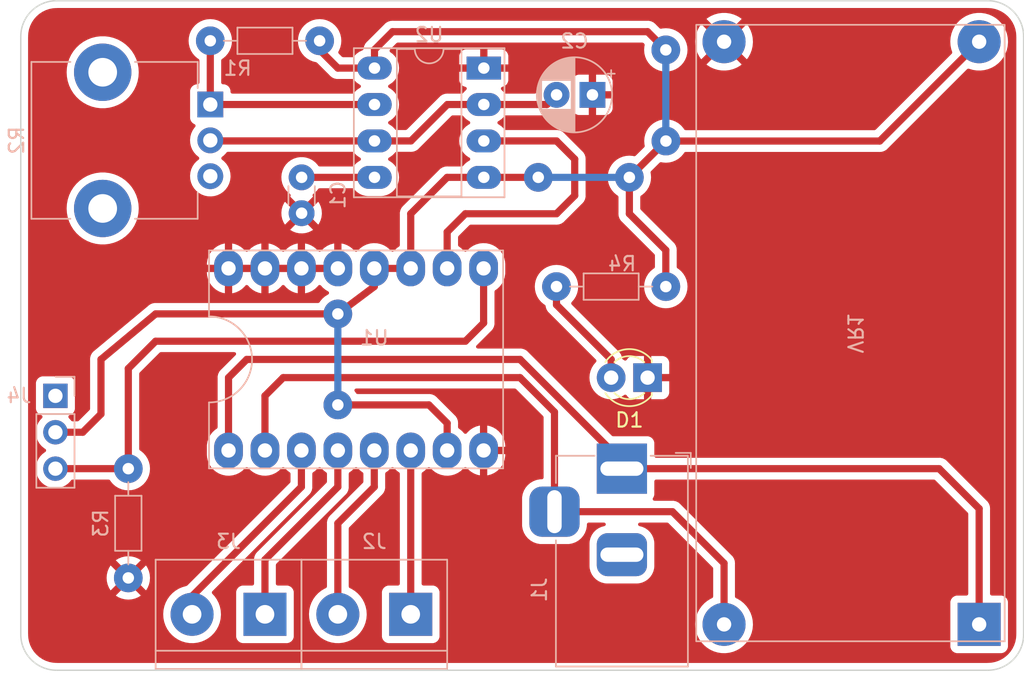
<source format=kicad_pcb>
(kicad_pcb (version 20211014) (generator pcbnew)
  (layers (0 "F.Cu" signal) (31 "B.Cu" signal) (34 "B.Paste" user) (35 "F.Paste" user) (36 "B.SilkS" user "B.Silkscreen") (37 "F.SilkS" user "F.Silkscreen") (38 "B.Mask" user) (39 "F.Mask" user) (44 "Edge.Cuts" user))
  (net 0 "")
  (net 1 "GND")
  (net 2 "Net-(C1-Pad2)")
  (net 3 "Net-(C2-Pad2)")
  (net 4 "+12V")
  (net 6 "M_2B")
  (net 7 "M_2A")
  (net 8 "M_1A")
  (net 9 "Net-(R1-Pad1)")
  (net 10 "+5V")
  (net 11 "DIR")
  (net 12 "STEP")
  (net 13 "GNDPWR")
  (net 14 "M_1B")
  (net 15 "Net-(D1-Pad2)")
  (footprint "LED_THT:LED_D3.0mm" (layer "F.Cu") (at 186.69 97.79 180)
    (fp_text reference "D1" (at 1.27 -2.96) (layer "F.SilkS"))
    (fp_text value "LED_1")
    (fp_line (start -0.29 1.08) (end -0.29 1.236) (layer "F.SilkS") (width 0.12))
    (fp_line (start -0.29 -1.236) (end -0.29 -1.08) (layer "F.SilkS") (width 0.12))
    (fp_arc (start 2.31113 1.079837) (mid 1.270117 1.5) (end 0.229039 1.08) (layer "F.SilkS") (width 0.12))
    (fp_arc (start 0.229039 -1.08) (mid 1.270117 -1.5) (end 2.31113 -1.079837) (layer "F.SilkS") (width 0.12))
    (fp_arc (start 2.942335 1.078608) (mid 1.366487 1.987659) (end -0.29 1.235516) (layer "F.SilkS") (width 0.12))
    (fp_arc (start -0.29 -1.235516) (mid 1.366487 -1.987659) (end 2.942335 -1.078608) (layer "F.SilkS") (width 0.12))
    (pad "1" thru_hole rect (at 0 0 180) (size 2 2) (drill 1) (layers *.Cu *.Mask) (net 1 "GND"))
    (pad "2" thru_hole circle (at 2.54 0 180) (size 2 2) (drill 1) (layers *.Cu *.Mask) (net 15 "Net-(D1-Pad2)"))
  )
  (footprint "Connector_BarrelJack:BarrelJack_Horizontal" (layer "B.Cu") (at 184.9 104.14 90)
    (fp_text reference "J1" (at -8.45 -5.75 90) (layer "B.SilkS") (effects (justify mirror)))
    (fp_text value "DCBarrelJack")
    (fp_line (start 0.9 -4.6) (end -1 -4.6) (layer "B.SilkS") (width 0.12))
    (fp_line (start -13.8 4.6) (end 0.9 4.6) (layer "B.SilkS") (width 0.12))
    (fp_line (start -13.8 -4.6) (end -13.8 4.6) (layer "B.SilkS") (width 0.12))
    (fp_line (start 0.05 4.8) (end 1.1 4.8) (layer "B.SilkS") (width 0.12))
    (fp_line (start 0.9 -1.9) (end 0.9 -4.6) (layer "B.SilkS") (width 0.12))
    (fp_line (start 1.1 3.75) (end 1.1 4.8) (layer "B.SilkS") (width 0.12))
    (fp_line (start 0.9 4.6) (end 0.9 2) (layer "B.SilkS") (width 0.12))
    (fp_line (start -5 -4.6) (end -13.8 -4.6) (layer "B.SilkS") (width 0.12))
    (pad "1" thru_hole rect (at 0 0 90) (size 3.5 3.5) (drill oval 1 3) (layers *.Cu *.Mask) (net 4 "+12V"))
    (pad "2" thru_hole roundrect (at -6 0 90) (size 3 3.5) (drill oval 1 3) (layers *.Cu *.Mask))
    (pad "3" thru_hole roundrect (at -3 -4.7 90) (size 3.5 3.5) (drill oval 3 1) (layers *.Cu *.Mask) (net 13 "GNDPWR"))
  )
  (footprint "Capacitor_THT:CP_Radial_D5.0mm_P2.50mm" (layer "B.Cu") (at 182.845 78.065 180)
    (fp_text reference "C2" (at 1.25 3.75) (layer "B.SilkS") (effects (justify mirror)))
    (fp_text value "1uF")
    (fp_line (start 2.251 -1.04) (end 2.251 -2.382) (layer "B.SilkS") (width 0.12))
    (fp_line (start 2.011 2.468) (end 2.011 1.04) (layer "B.SilkS") (width 0.12))
    (fp_line (start 3.771 0.677) (end 3.771 -0.677) (layer "B.SilkS") (width 0.12))
    (fp_line (start 1.49 -1.04) (end 1.49 -2.569) (layer "B.SilkS") (width 0.12))
    (fp_line (start 3.851 0.284) (end 3.851 -0.284) (layer "B.SilkS") (width 0.12))
    (fp_line (start 2.971 1.937) (end 2.971 1.04) (layer "B.SilkS") (width 0.12))
    (fp_line (start 1.61 2.556) (end 1.61 1.04) (layer "B.SilkS") (width 0.12))
    (fp_line (start 1.971 2.48) (end 1.971 1.04) (layer "B.SilkS") (width 0.12))
    (fp_line (start 3.411 1.443) (end 3.411 1.04) (layer "B.SilkS") (width 0.12))
    (fp_line (start 2.411 2.31) (end 2.411 1.04) (layer "B.SilkS") (width 0.12))
    (fp_line (start 2.091 -1.04) (end 2.091 -2.442) (layer "B.SilkS") (width 0.12))
    (fp_line (start 2.811 -1.04) (end 2.811 -2.065) (layer "B.SilkS") (width 0.12))
    (fp_line (start 3.811 0.518) (end 3.811 -0.518) (layer "B.SilkS") (width 0.12))
    (fp_line (start 1.89 -1.04) (end 1.89 -2.501) (layer "B.SilkS") (width 0.12))
    (fp_line (start 2.571 2.224) (end 2.571 1.04) (layer "B.SilkS") (width 0.12))
    (fp_line (start 1.37 2.578) (end 1.37 -2.578) (layer "B.SilkS") (width 0.12))
    (fp_line (start 2.651 -1.04) (end 2.651 -2.175) (layer "B.SilkS") (width 0.12))
    (fp_line (start 1.73 2.536) (end 1.73 1.04) (layer "B.SilkS") (width 0.12))
    (fp_line (start 2.051 -1.04) (end 2.051 -2.455) (layer "B.SilkS") (width 0.12))
    (fp_line (start 3.531 1.251) (end 3.531 1.04) (layer "B.SilkS") (width 0.12))
    (fp_line (start 2.251 2.382) (end 2.251 1.04) (layer "B.SilkS") (width 0.12))
    (fp_line (start 1.93 2.491) (end 1.93 1.04) (layer "B.SilkS") (width 0.12))
    (fp_line (start 2.931 1.971) (end 2.931 1.04) (layer "B.SilkS") (width 0.12))
    (fp_line (start 2.611 -1.04) (end 2.611 -2.2) (layer "B.SilkS") (width 0.12))
    (fp_line (start 2.091 2.442) (end 2.091 1.04) (layer "B.SilkS") (width 0.12))
    (fp_line (start 1.61 -1.04) (end 1.61 -2.556) (layer "B.SilkS") (width 0.12))
    (fp_line (start -1.554775 1.475) (end -1.054775 1.475) (layer "B.SilkS") (width 0.12))
    (fp_line (start 2.651 2.175) (end 2.651 1.04) (layer "B.SilkS") (width 0.12))
    (fp_line (start 3.491 1.319) (end 3.491 1.04) (layer "B.SilkS") (width 0.12))
    (fp_line (start 3.131 1.785) (end 3.131 1.04) (layer "B.SilkS") (width 0.12))
    (fp_line (start 3.691 0.915) (end 3.691 -0.915) (layer "B.SilkS") (width 0.12))
    (fp_line (start 1.65 2.55) (end 1.65 1.04) (layer "B.SilkS") (width 0.12))
    (fp_line (start 2.451 -1.04) (end 2.451 -2.29) (layer "B.SilkS") (width 0.12))
    (fp_line (start 2.891 2.004) (end 2.891 1.04) (layer "B.SilkS") (width 0.12))
    (fp_line (start 1.69 -1.04) (end 1.69 -2.543) (layer "B.SilkS") (width 0.12))
    (fp_line (start 1.69 2.543) (end 1.69 1.04) (layer "B.SilkS") (width 0.12))
    (fp_line (start 2.171 2.414) (end 2.171 1.04) (layer "B.SilkS") (width 0.12))
    (fp_line (start 2.291 2.365) (end 2.291 1.04) (layer "B.SilkS") (width 0.12))
    (fp_line (start 1.25 2.58) (end 1.25 -2.58) (layer "B.SilkS") (width 0.12))
    (fp_line (start 1.89 2.501) (end 1.89 1.04) (layer "B.SilkS") (width 0.12))
    (fp_line (start 2.211 -1.04) (end 2.211 -2.398) (layer "B.SilkS") (width 0.12))
    (fp_line (start 3.451 -1.04) (end 3.451 -1.383) (layer "B.SilkS") (width 0.12))
    (fp_line (start 2.771 -1.04) (end 2.771 -2.095) (layer "B.SilkS") (width 0.12))
    (fp_line (start 2.331 -1.04) (end 2.331 -2.348) (layer "B.SilkS") (width 0.12))
    (fp_line (start 3.251 1.653) (end 3.251 1.04) (layer "B.SilkS") (width 0.12))
    (fp_line (start 1.57 2.561) (end 1.57 1.04) (layer "B.SilkS") (width 0.12))
    (fp_line (start 3.731 0.805) (end 3.731 -0.805) (layer "B.SilkS") (width 0.12))
    (fp_line (start 2.011 -1.04) (end 2.011 -2.468) (layer "B.SilkS") (width 0.12))
    (fp_line (start 3.011 -1.04) (end 3.011 -1.901) (layer "B.SilkS") (width 0.12))
    (fp_line (start 1.77 -1.04) (end 1.77 -2.528) (layer "B.SilkS") (width 0.12))
    (fp_line (start 3.371 -1.04) (end 3.371 -1.5) (layer "B.SilkS") (width 0.12))
    (fp_line (start 3.171 -1.04) (end 3.171 -1.743) (layer "B.SilkS") (width 0.12))
    (fp_line (start 3.091 -1.04) (end 3.091 -1.826) (layer "B.SilkS") (width 0.12))
    (fp_line (start 2.131 2.428) (end 2.131 1.04) (layer "B.SilkS") (width 0.12))
    (fp_line (start 1.73 -1.04) (end 1.73 -2.536) (layer "B.SilkS") (width 0.12))
    (fp_line (start 2.291 -1.04) (end 2.291 -2.365) (layer "B.SilkS") (width 0.12))
    (fp_line (start 2.491 2.268) (end 2.491 1.04) (layer "B.SilkS") (width 0.12))
    (fp_line (start 1.77 2.528) (end 1.77 1.04) (layer "B.SilkS") (width 0.12))
    (fp_line (start 3.131 -1.04) (end 3.131 -1.785) (layer "B.SilkS") (width 0.12))
    (fp_line (start 2.971 -1.04) (end 2.971 -1.937) (layer "B.SilkS") (width 0.12))
    (fp_line (start 3.171 1.743) (end 3.171 1.04) (layer "B.SilkS") (width 0.12))
    (fp_line (start 3.371 1.5) (end 3.371 1.04) (layer "B.SilkS") (width 0.12))
    (fp_line (start 1.57 -1.04) (end 1.57 -2.561) (layer "B.SilkS") (width 0.12))
    (fp_line (start 3.011 1.901) (end 3.011 1.04) (layer "B.SilkS") (width 0.12))
    (fp_line (start 3.571 1.178) (end 3.571 -1.178) (layer "B.SilkS") (width 0.12))
    (fp_line (start 2.411 -1.04) (end 2.411 -2.31) (layer "B.SilkS") (width 0.12))
    (fp_line (start 1.971 -1.04) (end 1.971 -2.48) (layer "B.SilkS") (width 0.12))
    (fp_line (start 2.931 -1.04) (end 2.931 -1.971) (layer "B.SilkS") (width 0.12))
    (fp_line (start 1.41 2.576) (end 1.41 -2.576) (layer "B.SilkS") (width 0.12))
    (fp_line (start 3.331 -1.04) (end 3.331 -1.554) (layer "B.SilkS") (width 0.12))
    (fp_line (start 3.491 -1.04) (end 3.491 -1.319) (layer "B.SilkS") (width 0.12))
    (fp_line (start 2.691 -1.04) (end 2.691 -2.149) (layer "B.SilkS") (width 0.12))
    (fp_line (start 1.29 2.58) (end 1.29 -2.58) (layer "B.SilkS") (width 0.12))
    (fp_line (start 2.531 2.247) (end 2.531 1.04) (layer "B.SilkS") (width 0.12))
    (fp_line (start 2.171 -1.04) (end 2.171 -2.414) (layer "B.SilkS") (width 0.12))
    (fp_line (start 1.49 2.569) (end 1.49 1.04) (layer "B.SilkS") (width 0.12))
    (fp_line (start 1.85 2.511) (end 1.85 1.04) (layer "B.SilkS") (width 0.12))
    (fp_line (start 2.851 2.035) (end 2.851 1.04) (layer "B.SilkS") (width 0.12))
    (fp_line (start 2.491 -1.04) (end 2.491 -2.268) (layer "B.SilkS") (width 0.12))
    (fp_line (start 2.051 2.455) (end 2.051 1.04) (layer "B.SilkS") (width 0.12))
    (fp_line (start 3.051 1.864) (end 3.051 1.04) (layer "B.SilkS") (width 0.12))
    (fp_line (start 1.93 -1.04) (end 1.93 -2.491) (layer "B.SilkS") (width 0.12))
    (fp_line (start 2.691 2.149) (end 2.691 1.04) (layer "B.SilkS") (width 0.12))
    (fp_line (start 1.53 2.565) (end 1.53 1.04) (layer "B.SilkS") (width 0.12))
    (fp_line (start 2.731 2.122) (end 2.731 1.04) (layer "B.SilkS") (width 0.12))
    (fp_line (start 2.131 -1.04) (end 2.131 -2.428) (layer "B.SilkS") (width 0.12))
    (fp_line (start 3.291 1.605) (end 3.291 1.04) (layer "B.SilkS") (width 0.12))
    (fp_line (start 3.211 -1.04) (end 3.211 -1.699) (layer "B.SilkS") (width 0.12))
    (fp_line (start 1.85 -1.04) (end 1.85 -2.511) (layer "B.SilkS") (width 0.12))
    (fp_line (start 3.611 1.098) (end 3.611 -1.098) (layer "B.SilkS") (width 0.12))
    (fp_line (start 3.211 1.699) (end 3.211 1.04) (layer "B.SilkS") (width 0.12))
    (fp_line (start 3.411 -1.04) (end 3.411 -1.443) (layer "B.SilkS") (width 0.12))
    (fp_line (start 3.651 1.011) (end 3.651 -1.011) (layer "B.SilkS") (width 0.12))
    (fp_line (start 1.33 2.579) (end 1.33 -2.579) (layer "B.SilkS") (width 0.12))
    (fp_line (start 2.331 2.348) (end 2.331 1.04) (layer "B.SilkS") (width 0.12))
    (fp_line (start -1.304775 1.725) (end -1.304775 1.225) (layer "B.SilkS") (width 0.12))
    (fp_line (start 1.81 2.52) (end 1.81 1.04) (layer "B.SilkS") (width 0.12))
    (fp_line (start 1.53 -1.04) (end 1.53 -2.565) (layer "B.SilkS") (width 0.12))
    (fp_line (start 3.331 1.554) (end 3.331 1.04) (layer "B.SilkS") (width 0.12))
    (fp_line (start 2.371 2.329) (end 2.371 1.04) (layer "B.SilkS") (width 0.12))
    (fp_line (start 3.291 -1.04) (end 3.291 -1.605) (layer "B.SilkS") (width 0.12))
    (fp_line (start 2.851 -1.04) (end 2.851 -2.035) (layer "B.SilkS") (width 0.12))
    (fp_line (start 2.451 2.29) (end 2.451 1.04) (layer "B.SilkS") (width 0.12))
    (fp_line (start 2.371 -1.04) (end 2.371 -2.329) (layer "B.SilkS") (width 0.12))
    (fp_line (start 2.771 2.095) (end 2.771 1.04) (layer "B.SilkS") (width 0.12))
    (fp_line (start 2.731 -1.04) (end 2.731 -2.122) (layer "B.SilkS") (width 0.12))
    (fp_line (start 3.451 1.383) (end 3.451 1.04) (layer "B.SilkS") (width 0.12))
    (fp_line (start 2.891 -1.04) (end 2.891 -2.004) (layer "B.SilkS") (width 0.12))
    (fp_line (start 1.45 2.573) (end 1.45 -2.573) (layer "B.SilkS") (width 0.12))
    (fp_line (start 1.65 -1.04) (end 1.65 -2.55) (layer "B.SilkS") (width 0.12))
    (fp_line (start 1.81 -1.04) (end 1.81 -2.52) (layer "B.SilkS") (width 0.12))
    (fp_line (start 2.531 -1.04) (end 2.531 -2.247) (layer "B.SilkS") (width 0.12))
    (fp_line (start 3.051 -1.04) (end 3.051 -1.864) (layer "B.SilkS") (width 0.12))
    (fp_line (start 2.571 -1.04) (end 2.571 -2.224) (layer "B.SilkS") (width 0.12))
    (fp_line (start 3.251 -1.04) (end 3.251 -1.653) (layer "B.SilkS") (width 0.12))
    (fp_line (start 2.211 2.398) (end 2.211 1.04) (layer "B.SilkS") (width 0.12))
    (fp_line (start 2.611 2.2) (end 2.611 1.04) (layer "B.SilkS") (width 0.12))
    (fp_line (start 3.091 1.826) (end 3.091 1.04) (layer "B.SilkS") (width 0.12))
    (fp_line (start 2.811 2.065) (end 2.811 1.04) (layer "B.SilkS") (width 0.12))
    (fp_line (start 3.531 -1.04) (end 3.531 -1.251) (layer "B.SilkS") (width 0.12))
    (fp_circle (center 1.25 0) (end 3.87 0) (layer "B.SilkS") (width 0.12) (fill none))
    (pad "1" thru_hole rect (at 0 0 180) (size 1.8 1.8) (drill 0.8) (layers *.Cu *.Mask) (net 1 "GND"))
    (pad "2" thru_hole circle (at 2.5 0 180) (size 1.8 1.8) (drill 0.8) (layers *.Cu *.Mask) (net 3 "Net-(C2-Pad2)"))
  )
  (footprint "Package_DIP:DIP-8_W7.62mm_Socket_LongPads" (layer "B.Cu") (at 175.275 76.2 180)
    (fp_text reference "U2" (at 3.81 2.33) (layer "B.SilkS") (effects (justify mirror)))
    (fp_text value "LM555")
    (fp_line (start 9.06 1.39) (end -1.44 1.39) (layer "B.SilkS") (width 0.12))
    (fp_line (start 2.81 1.33) (end 1.56 1.33) (layer "B.SilkS") (width 0.12))
    (fp_line (start -1.44 -9.01) (end 9.06 -9.01) (layer "B.SilkS") (width 0.12))
    (fp_line (start 9.06 -9.01) (end 9.06 1.39) (layer "B.SilkS") (width 0.12))
    (fp_line (start 6.06 -8.95) (end 6.06 1.33) (layer "B.SilkS") (width 0.12))
    (fp_line (start 1.56 1.33) (end 1.56 -8.95) (layer "B.SilkS") (width 0.12))
    (fp_line (start -1.44 1.39) (end -1.44 -9.01) (layer "B.SilkS") (width 0.12))
    (fp_line (start 6.06 1.33) (end 4.81 1.33) (layer "B.SilkS") (width 0.12))
    (fp_line (start 1.56 -8.95) (end 6.06 -8.95) (layer "B.SilkS") (width 0.12))
    (fp_arc (start 2.81 1.33) (mid 3.81 0.33) (end 4.81 1.33) (layer "B.SilkS") (width 0.12))
    (pad "1" thru_hole rect (at 0 0 180) (size 2.4 1.6) (drill 0.8) (layers *.Cu *.Mask) (net 1 "GND"))
    (pad "2" thru_hole oval (at 0 -2.54 180) (size 2.4 1.6) (drill 0.8) (layers *.Cu *.Mask) (net 3 "Net-(C2-Pad2)"))
    (pad "3" thru_hole oval (at 0 -5.08 180) (size 2.4 1.6) (drill 0.8) (layers *.Cu *.Mask) (net 12 "STEP"))
    (pad "4" thru_hole oval (at 0 -7.62 180) (size 2.4 1.6) (drill 0.8) (layers *.Cu *.Mask) (net 10 "+5V"))
    (pad "5" thru_hole oval (at 7.62 -7.62 180) (size 2.4 1.6) (drill 0.8) (layers *.Cu *.Mask) (net 2 "Net-(C1-Pad2)"))
    (pad "6" thru_hole oval (at 7.62 -5.08 180) (size 2.4 1.6) (drill 0.8) (layers *.Cu *.Mask) (net 3 "Net-(C2-Pad2)"))
    (pad "7" thru_hole oval (at 7.62 -2.54 180) (size 2.4 1.6) (drill 0.8) (layers *.Cu *.Mask) (net 9 "Net-(R1-Pad1)"))
    (pad "8" thru_hole oval (at 7.62 0 180) (size 2.4 1.6) (drill 0.8) (layers *.Cu *.Mask) (net 10 "+5V"))
  )
  (footprint "Resistor_THT:R_Axial_DIN0204_L3.6mm_D1.6mm_P7.62mm_Horizontal" (layer "B.Cu") (at 150.495 104.14 -90)
    (fp_text reference "R3" (at 3.81 1.92 90) (layer "B.SilkS") (effects (justify mirror)))
    (fp_text value "1kR")
    (fp_line (start 5.73 -0.92) (end 5.73 0.92) (layer "B.SilkS") (width 0.12))
    (fp_line (start 1.89 -0.92) (end 5.73 -0.92) (layer "B.SilkS") (width 0.12))
    (fp_line (start 5.73 0.92) (end 1.89 0.92) (layer "B.SilkS") (width 0.12))
    (fp_line (start 0.94 0) (end 1.89 0) (layer "B.SilkS") (width 0.12))
    (fp_line (start 1.89 0.92) (end 1.89 -0.92) (layer "B.SilkS") (width 0.12))
    (fp_line (start 6.68 0) (end 5.73 0) (layer "B.SilkS") (width 0.12))
    (pad "1" thru_hole circle (at 0 0 270) (size 2 2) (drill 0.8) (layers *.Cu *.Mask) (net 11 "DIR"))
    (pad "2" thru_hole circle (at 7.62 0 270) (size 2 2) (drill 0.8) (layers *.Cu *.Mask) (net 1 "GND"))
  )
  (footprint "Potentiometer_THT:Potentiometer_TT_P0915N" (layer "B.Cu") (at 156.21 78.74 -90)
    (fp_text reference "R2" (at 2.5 13.5 90) (layer "B.SilkS") (effects (justify mirror)))
    (fp_text value "10kR Pot")
    (fp_line (start 7.97 12.47) (end 7.97 9.75) (layer "B.SilkS") (width 0.12))
    (fp_line (start 7.97 5.25) (end 7.97 0.88) (layer "B.SilkS") (width 0.12))
    (fp_line (start 7.97 12.47) (end -2.97 12.47) (layer "B.SilkS") (width 0.12))
    (fp_line (start 7.97 0.88) (end 6.15 0.88) (layer "B.SilkS") (width 0.12))
    (fp_line (start -1.15 0.88) (end -2.97 0.88) (layer "B.SilkS") (width 0.12))
    (fp_line (start -2.97 12.47) (end -2.97 9.75) (layer "B.SilkS") (width 0.12))
    (fp_line (start -2.97 5.25) (end -2.97 0.88) (layer "B.SilkS") (width 0.12))
    (pad "" thru_hole oval (at -2.25 7.5 270) (size 4 4) (drill 2) (layers *.Cu *.Mask))
    (pad "" thru_hole oval (at 7.25 7.5 270) (size 4 4) (drill 2) (layers *.Cu *.Mask))
    (pad "1" thru_hole rect (at 0 0 270) (size 1.8 1.8) (drill 1) (layers *.Cu *.Mask) (net 9 "Net-(R1-Pad1)"))
    (pad "2" thru_hole circle (at 2.5 0 270) (size 1.8 1.8) (drill 1) (layers *.Cu *.Mask) (net 3 "Net-(C2-Pad2)"))
    (pad "3" thru_hole circle (at 5 0 270) (size 1.8 1.8) (drill 1) (layers *.Cu *.Mask))
  )
  (footprint "Connector_PinHeader_2.54mm:PinHeader_1x03_P2.54mm_Vertical" (layer "B.Cu") (at 145.415 99.06 180)
    (fp_text reference "J4" (at 2.54 0.015) (layer "B.SilkS") (effects (justify mirror)))
    (fp_text value "Dir Select")
    (fp_line (start 1.33 -1.27) (end 1.33 -6.41) (layer "B.SilkS") (width 0.12))
    (fp_line (start -1.33 -1.27) (end -1.33 -6.41) (layer "B.SilkS") (width 0.12))
    (fp_line (start -1.33 1.33) (end 0 1.33) (layer "B.SilkS") (width 0.12))
    (fp_line (start -1.33 -6.41) (end 1.33 -6.41) (layer "B.SilkS") (width 0.12))
    (fp_line (start -1.33 -1.27) (end 1.33 -1.27) (layer "B.SilkS") (width 0.12))
    (fp_line (start -1.33 0) (end -1.33 1.33) (layer "B.SilkS") (width 0.12))
    (pad "1" thru_hole rect (at 0 0 180) (size 1.7 1.7) (drill 1) (layers *.Cu *.Mask))
    (pad "2" thru_hole oval (at 0 -2.54 180) (size 1.7 1.7) (drill 1) (layers *.Cu *.Mask) (net 10 "+5V"))
    (pad "3" thru_hole oval (at 0 -5.08 180) (size 1.7 1.7) (drill 1) (layers *.Cu *.Mask) (net 11 "DIR"))
  )
  (footprint "TerminalBlock:TerminalBlock_bornier-2_P5.08mm" (layer "B.Cu") (at 170.18 114.3 180)
    (fp_text reference "J2" (at 2.54 5.08) (layer "B.SilkS") (effects (justify mirror)))
    (fp_text value "Stepper coil 1")
    (fp_line (start 7.62 -2.54) (end -2.54 -2.54) (layer "B.SilkS") (width 0.12))
    (fp_line (start -2.54 -3.81) (end 7.62 -3.81) (layer "B.SilkS") (width 0.12))
    (fp_line (start -2.54 3.81) (end -2.54 -3.81) (layer "B.SilkS") (width 0.12))
    (fp_line (start 7.62 3.81) (end -2.54 3.81) (layer "B.SilkS") (width 0.12))
    (fp_line (start 7.62 -3.81) (end 7.62 3.81) (layer "B.SilkS") (width 0.12))
    (pad "1" thru_hole rect (at 0 0 180) (size 3 3) (drill 1.3) (layers *.Cu *.Mask) (net 14 "M_1B"))
    (pad "2" thru_hole circle (at 5.08 0 180) (size 3 3) (drill 1.3) (layers *.Cu *.Mask) (net 8 "M_1A"))
  )
  (footprint "Resistor_THT:R_Axial_DIN0204_L3.6mm_D1.6mm_P7.62mm_Horizontal" (layer "B.Cu") (at 187.96 91.44 180)
    (fp_text reference "R4" (at 3.045 1.59) (layer "B.SilkS") (effects (justify mirror)))
    (fp_text value "1kR")
    (fp_line (start 5.73 -0.92) (end 5.73 0.92) (layer "B.SilkS") (width 0.12))
    (fp_line (start 1.89 0.92) (end 1.89 -0.92) (layer "B.SilkS") (width 0.12))
    (fp_line (start 0.94 0) (end 1.89 0) (layer "B.SilkS") (width 0.12))
    (fp_line (start 1.89 -0.92) (end 5.73 -0.92) (layer "B.SilkS") (width 0.12))
    (fp_line (start 5.73 0.92) (end 1.89 0.92) (layer "B.SilkS") (width 0.12))
    (fp_line (start 6.68 0) (end 5.73 0) (layer "B.SilkS") (width 0.12))
    (pad "1" thru_hole circle (at 0 0 180) (size 2 2) (drill 0.8) (layers *.Cu *.Mask) (net 10 "+5V"))
    (pad "2" thru_hole circle (at 7.62 0 180) (size 2 2) (drill 0.8) (layers *.Cu *.Mask) (net 15 "Net-(D1-Pad2)"))
  )
  (footprint "TerminalBlock:TerminalBlock_bornier-2_P5.08mm" (layer "B.Cu") (at 160.02 114.3 180)
    (fp_text reference "J3" (at 2.54 5.08) (layer "B.SilkS") (effects (justify mirror)))
    (fp_text value "Stepper coil 2")
    (fp_line (start -2.54 -3.81) (end 7.62 -3.81) (layer "B.SilkS") (width 0.12))
    (fp_line (start 7.62 -3.81) (end 7.62 3.81) (layer "B.SilkS") (width 0.12))
    (fp_line (start -2.54 3.81) (end -2.54 -3.81) (layer "B.SilkS") (width 0.12))
    (fp_line (start 7.62 3.81) (end -2.54 3.81) (layer "B.SilkS") (width 0.12))
    (fp_line (start 7.62 -2.54) (end -2.54 -2.54) (layer "B.SilkS") (width 0.12))
    (pad "1" thru_hole rect (at 0 0 180) (size 3 3) (drill 1.3) (layers *.Cu *.Mask) (net 7 "M_2A"))
    (pad "2" thru_hole circle (at 5.08 0 180) (size 3 3) (drill 1.3) (layers *.Cu *.Mask) (net 6 "M_2B"))
  )
  (footprint "Resistor_THT:R_Axial_DIN0204_L3.6mm_D1.6mm_P7.62mm_Horizontal" (layer "B.Cu") (at 156.21 74.295)
    (fp_text reference "R1" (at 1.905 1.92) (layer "B.SilkS") (effects (justify mirror)))
    (fp_text value "1kR")
    (fp_line (start 5.73 0.92) (end 1.89 0.92) (layer "B.SilkS") (width 0.12))
    (fp_line (start 1.89 0.92) (end 1.89 -0.92) (layer "B.SilkS") (width 0.12))
    (fp_line (start 1.89 -0.92) (end 5.73 -0.92) (layer "B.SilkS") (width 0.12))
    (fp_line (start 5.73 -0.92) (end 5.73 0.92) (layer "B.SilkS") (width 0.12))
    (fp_line (start 6.68 0) (end 5.73 0) (layer "B.SilkS") (width 0.12))
    (fp_line (start 0.94 0) (end 1.89 0) (layer "B.SilkS") (width 0.12))
    (pad "1" thru_hole circle (at 0 0) (size 2 2) (drill 0.8) (layers *.Cu *.Mask) (net 9 "Net-(R1-Pad1)"))
    (pad "2" thru_hole circle (at 7.62 0) (size 2 2) (drill 0.8) (layers *.Cu *.Mask) (net 10 "+5V"))
  )
  (footprint "_FemaleHeaderDIP:Polulu_A4988_HSocket" (layer "B.Cu") (at 166.37 96.52 -90)
    (fp_text reference "U1" (at -1.5 -1.27 unlocked) (layer "B.SilkS") (effects (justify mirror)))
    (fp_text value "Polulu_A4988")
    (fp_line (start 3 10.25) (end 7.6 10.25) (layer "B.SilkS") (width 0.12))
    (fp_line (start 7.6 -10.25) (end 7.6 10.25) (layer "B.SilkS") (width 0.12))
    (fp_line (start -7.6 10.25) (end -7.6 -10.25) (layer "B.SilkS") (width 0.12))
    (fp_line (start -7.6 10.25) (end -3 10.25) (layer "B.SilkS") (width 0.12))
    (fp_line (start -7.6 -10.25) (end 7.6 -10.25) (layer "B.SilkS") (width 0.12))
    (fp_arc (start -3 10.25) (mid 0 7.25) (end 3 10.25) (layer "B.SilkS") (width 0.12))
    (pad "1" thru_hole oval (at -6.35 8.89 270) (size 2.5 2) (drill 1) (layers *.Cu *.Mask) (net 1 "GND"))
    (pad "2" thru_hole oval (at -6.35 6.35 270) (size 2.5 2) (drill 1) (layers *.Cu *.Mask) (net 1 "GND"))
    (pad "3" thru_hole oval (at -6.35 3.81 270) (size 2.5 2) (drill 1) (layers *.Cu *.Mask) (net 1 "GND"))
    (pad "4" thru_hole oval (at -6.35 1.27 270) (size 2.5 2) (drill 1) (layers *.Cu *.Mask) (net 1 "GND"))
    (pad "5" thru_hole oval (at -6.35 -1.27 270) (size 2.5 2) (drill 1) (layers *.Cu *.Mask) (net 10 "+5V"))
    (pad "6" thru_hole oval (at -6.35 -3.81 270) (size 2.5 2) (drill 1) (layers *.Cu *.Mask) (net 10 "+5V"))
    (pad "7" thru_hole oval (at -6.35 -6.35 270) (size 2.5 2) (drill 1) (layers *.Cu *.Mask) (net 12 "STEP"))
    (pad "8" thru_hole oval (at -6.35 -8.89 270) (size 2.5 2) (drill 1) (layers *.Cu *.Mask) (net 11 "DIR"))
    (pad "9" thru_hole oval (at 6.35 -8.89 270) (size 2.5 2) (drill 1) (layers *.Cu *.Mask) (net 1 "GND"))
    (pad "10" thru_hole oval (at 6.35 -6.35 270) (size 2.5 2) (drill 1) (layers *.Cu *.Mask) (net 10 "+5V"))
    (pad "11" thru_hole oval (at 6.35 -3.81 270) (size 2.5 2) (drill 1) (layers *.Cu *.Mask) (net 14 "M_1B"))
    (pad "12" thru_hole oval (at 6.35 -1.27 270) (size 2.5 2) (drill 1) (layers *.Cu *.Mask) (net 8 "M_1A"))
    (pad "13" thru_hole oval (at 6.35 1.27 270) (size 2.5 2) (drill 1) (layers *.Cu *.Mask) (net 7 "M_2A"))
    (pad "14" thru_hole oval (at 6.35 3.81 270) (size 2.5 2) (drill 1) (layers *.Cu *.Mask) (net 6 "M_2B"))
    (pad "15" thru_hole oval (at 6.35 6.35 270) (size 2.5 2) (drill 1) (layers *.Cu *.Mask) (net 13 "GNDPWR"))
    (pad "16" thru_hole oval (at 6.35 8.89 270) (size 2.5 2) (drill 1) (layers *.Cu *.Mask) (net 4 "+12V"))
  )
  (footprint "_Embedded:VoltReg_Embedded_1" (layer "B.Cu") (at 200.91 94.68 90)
    (fp_text reference "VR1" (at 0 0.23 270 unlocked) (layer "B.SilkS") (effects (justify mirror)))
    (fp_text value "LM2596S_Embedded")
    (fp_rect (start -21.5 10.668) (end 21.5 -10.832) (layer "B.SilkS") (width 0.12) (fill none))
    (pad "1" thru_hole rect (at -20.32 8.89 90) (size 3 3) (drill 1) (layers *.Cu *.Mask) (net 4 "+12V"))
    (pad "2" thru_hole circle (at -20.32 -8.89 90) (size 3 3) (drill 1) (layers *.Cu *.Mask) (net 13 "GNDPWR"))
    (pad "3" thru_hole circle (at 20.32 -8.89 90) (size 3 3) (drill 1) (layers *.Cu *.Mask) (net 1 "GND"))
    (pad "4" thru_hole circle (at 20.32 8.89 90) (size 3 3) (drill 1) (layers *.Cu *.Mask) (net 10 "+5V"))
  )
  (footprint "Capacitor_THT:C_Disc_D3.0mm_W1.6mm_P2.50mm" (layer "B.Cu") (at 162.575 86.32 90)
    (fp_text reference "C1" (at 1.27 2.54 90) (layer "B.SilkS") (effects (justify mirror)))
    (fp_text value "0.01uF")
    (fp_line (start 0.621 -0.92) (end 1.879 -0.92) (layer "B.SilkS") (width 0.12))
    (fp_line (start 0.621 0.92) (end 1.879 0.92) (layer "B.SilkS") (width 0.12))
    (pad "1" thru_hole circle (at 0 0 90) (size 1.8 1.8) (drill 0.8) (layers *.Cu *.Mask) (net 1 "GND"))
    (pad "2" thru_hole circle (at 2.5 0 90) (size 1.8 1.8) (drill 0.8) (layers *.Cu *.Mask) (net 2 "Net-(C1-Pad2)"))
  )
  (gr_arc (start 212.9 115.7) (mid 212.167767 117.467767) (end 210.4 118.2) (layer "Edge.Cuts") (width 0.1))
  (gr_line (start 212.9 74) (end 212.9 115.7) (layer "Edge.Cuts") (width 0.1))
  (gr_line (start 210.4 118.2) (end 145.5 118.2) (layer "Edge.Cuts") (width 0.1))
  (gr_arc (start 210.4 71.5) (mid 212.167767 72.232233) (end 212.9 74) (layer "Edge.Cuts") (width 0.1))
  (gr_arc (start 145.5 118.2) (mid 143.732233 117.467767) (end 143 115.7) (layer "Edge.Cuts") (width 0.1))
  (gr_line (start 143 115.7) (end 143 74) (layer "Edge.Cuts") (width 0.1))
  (gr_line (start 145.5 71.5) (end 210.4 71.5) (layer "Edge.Cuts") (width 0.1))
  (gr_arc (start 143 74) (mid 143.732233 72.232233) (end 145.5 71.5) (layer "Edge.Cuts") (width 0.1))
  (segment (start 167.655 83.82) (end 162.575 83.82) (width 0.5) (layer "F.Cu") (net 2))
  (segment (start 179.67 78.74) (end 180.345 78.065) (width 0.5) (layer "F.Cu") (net 3))
  (segment (start 172.735 78.74) (end 170.195 81.28) (width 0.5) (layer "F.Cu") (net 3))
  (segment (start 170.195 81.28) (end 167.655 81.28) (width 0.5) (layer "F.Cu") (net 3))
  (segment (start 175.275 78.74) (end 172.735 78.74) (width 0.5) (layer "F.Cu") (net 3))
  (segment (start 175.275 78.74) (end 179.67 78.74) (width 0.5) (layer "F.Cu") (net 3))
  (segment (start 156.25 81.28) (end 156.21 81.24) (width 0.5) (layer "F.Cu") (net 3))
  (segment (start 167.655 81.28) (end 156.25 81.28) (width 0.5) (layer "F.Cu") (net 3))
  (segment (start 207.01 104.14) (end 184.9 104.14) (width 0.5) (layer "F.Cu") (net 4))
  (segment (start 184.9 103.62) (end 184.9 104.14) (width 0.5) (layer "F.Cu") (net 4))
  (segment (start 209.8 106.93) (end 207.01 104.14) (width 0.5) (layer "F.Cu") (net 4))
  (segment (start 158.75 96.52) (end 157.48 97.79) (width 0.5) (layer "F.Cu") (net 4))
  (segment (start 185.42 104.14) (end 185.42 102.87) (width 0.5) (layer "F.Cu") (net 4))
  (segment (start 158.75 96.52) (end 177.8 96.52) (width 0.5) (layer "F.Cu") (net 4))
  (segment (start 209.8 115) (end 209.8 106.93) (width 0.5) (layer "F.Cu") (net 4))
  (segment (start 177.8 96.52) (end 184.9 103.62) (width 0.5) (layer "F.Cu") (net 4))
  (segment (start 157.48 97.79) (end 157.48 102.87) (width 0.5) (layer "F.Cu") (net 4))
  (segment (start 154.94 113.03) (end 154.94 114.3) (width 0.5) (layer "F.Cu") (net 6))
  (segment (start 162.56 102.87) (end 162.56 105.41) (width 0.5) (layer "F.Cu") (net 6))
  (segment (start 162.56 105.41) (end 154.94 113.03) (width 0.5) (layer "F.Cu") (net 6))
  (segment (start 160.02 110.49) (end 160.02 114.3) (width 0.5) (layer "F.Cu") (net 7))
  (segment (start 165.1 102.87) (end 165.1 105.41) (width 0.5) (layer "F.Cu") (net 7))
  (segment (start 160.02 110.49) (end 165.1 105.41) (width 0.5) (layer "F.Cu") (net 7))
  (segment (start 167.64 102.87) (end 167.64 105.41) (width 0.5) (layer "F.Cu") (net 8))
  (segment (start 167.64 105.41) (end 165.1 107.95) (width 0.5) (layer "F.Cu") (net 8))
  (segment (start 165.1 107.95) (end 165.1 114.3) (width 0.5) (layer "F.Cu") (net 8))
  (segment (start 156.21 74.295) (end 156.21 78.74) (width 0.5) (layer "F.Cu") (net 9))
  (segment (start 156.21 78.74) (end 167.655 78.74) (width 0.5) (layer "F.Cu") (net 9))
  (segment (start 172.72 100.965) (end 172.72 102.87) (width 0.5) (layer "F.Cu") (net 10))
  (segment (start 172.72 83.82) (end 170.18 86.36) (width 0.5) (layer "F.Cu") (net 10))
  (segment (start 148.59 100.33) (end 147.32 101.6) (width 0.5) (layer "F.Cu") (net 10))
  (segment (start 175.275 83.82) (end 172.72 83.82) (width 0.5) (layer "F.Cu") (net 10))
  (segment (start 165.1 76.2) (end 163.83 74.93) (width 0.5) (layer "F.Cu") (net 10))
  (segment (start 187.967478 81.287478) (end 187.975 81.28) (width 0.5) (layer "F.Cu") (net 10))
  (segment (start 165.1 93.345) (end 152.4 93.345) (width 0.5) (layer "F.Cu") (net 10))
  (segment (start 152.4 93.345) (end 148.59 96.52) (width 0.5) (layer "F.Cu") (net 10))
  (segment (start 165.1 99.695) (end 171.45 99.695) (width 0.5) (layer "F.Cu") (net 10))
  (segment (start 163.83 74.93) (end 163.83 74.295) (width 0.5) (layer "F.Cu") (net 10))
  (segment (start 185.42 83.82) (end 185.42 86.36) (width 0.5) (layer "F.Cu") (net 10))
  (segment (start 171.45 99.695) (end 172.72 100.965) (width 0.5) (layer "F.Cu") (net 10))
  (segment (start 186.69 73.66) (end 168.91 73.66) (width 0.5) (layer "F.Cu") (net 10))
  (segment (start 179.07 83.82) (end 175.275 83.82) (width 0.5) (layer "F.Cu") (net 10))
  (segment (start 167.64 91.44) (end 165.1 93.345) (width 0.5) (layer "F.Cu") (net 10))
  (segment (start 187.96 74.93) (end 186.69 73.66) (width 0.5) (layer "F.Cu") (net 10))
  (segment (start 167.64 90.17) (end 167.64 91.44) (width 0.5) (layer "F.Cu") (net 10))
  (segment (start 167.655 76.2) (end 165.1 76.2) (width 0.5) (layer "F.Cu") (net 10))
  (segment (start 170.18 86.36) (end 170.18 90.17) (width 0.5) (layer "F.Cu") (net 10))
  (segment (start 170.18 90.17) (end 167.64 90.17) (width 0.5) (layer "F.Cu") (net 10))
  (segment (start 187.96 88.9) (end 187.96 91.44) (width 0.5) (layer "F.Cu") (net 10))
  (segment (start 148.59 96.52) (end 148.59 100.33) (width 0.5) (layer "F.Cu") (net 10))
  (segment (start 185.42 86.36) (end 187.96 88.9) (width 0.5) (layer "F.Cu") (net 10))
  (segment (start 147.32 101.6) (end 145.415 101.6) (width 0.5) (layer "F.Cu") (net 10))
  (segment (start 187.967478 81.287478) (end 202.872522 81.287478) (width 0.5) (layer "F.Cu") (net 10))
  (segment (start 168.91 73.66) (end 167.655 74.915) (width 0.5) (layer "F.Cu") (net 10))
  (segment (start 185.42 83.82) (end 187.967478 81.287478) (width 0.5) (layer "F.Cu") (net 10))
  (segment (start 167.655 74.915) (end 167.655 76.2) (width 0.5) (layer "F.Cu") (net 10))
  (segment (start 202.872522 81.287478) (end 209.8 74.36) (width 0.5) (layer "F.Cu") (net 10))
  (via (at 185.42 83.82) (size 2) (drill 0.8) (layers "F.Cu" "B.Cu") (net 10))
  (via (at 165.1 99.695) (size 2) (drill 0.8) (layers "F.Cu" "B.Cu") (net 10))
  (via (at 187.96 74.93) (size 2) (drill 0.8) (layers "F.Cu" "B.Cu") (net 10))
  (via (at 187.967478 81.287478) (size 2) (drill 0.8) (layers "F.Cu" "B.Cu") (net 10))
  (via (at 165.1 93.345) (size 2) (drill 0.8) (layers "F.Cu" "B.Cu") (net 10))
  (via (at 179.07 83.82) (size 2) (drill 0.8) (layers "F.Cu" "B.Cu") (net 10))
  (segment (start 165.1 93.345) (end 165.1 99.695) (width 0.5) (layer "B.Cu") (net 10))
  (segment (start 187.96 74.93) (end 187.96 81.28) (width 0.5) (layer "B.Cu") (net 10))
  (segment (start 185.42 83.82) (end 179.07 83.82) (width 0.5) (layer "B.Cu") (net 10))
  (segment (start 187.96 81.28) (end 187.967478 81.287478) (width 0.5) (layer "B.Cu") (net 10))
  (segment (start 150.495 104.14) (end 145.415 104.14) (width 0.5) (layer "F.Cu") (net 11))
  (segment (start 152.4 95.25) (end 150.495 97.155) (width 0.5) (layer "F.Cu") (net 11))
  (segment (start 175.26 93.98) (end 173.99 95.25) (width 0.5) (layer "F.Cu") (net 11))
  (segment (start 173.99 95.25) (end 152.4 95.25) (width 0.5) (layer "F.Cu") (net 11))
  (segment (start 175.26 90.17) (end 175.26 93.98) (width 0.5) (layer "F.Cu") (net 11))
  (segment (start 150.495 97.155) (end 150.495 104.14) (width 0.5) (layer "F.Cu") (net 11))
  (segment (start 175.275 81.28) (end 180.34 81.28) (width 0.5) (layer "F.Cu") (net 12))
  (segment (start 181.61 82.55) (end 181.61 85.09) (width 0.5) (layer "F.Cu") (net 12))
  (segment (start 181.61 85.09) (end 180.34 86.36) (width 0.5) (layer "F.Cu") (net 12))
  (segment (start 172.72 87.63) (end 172.72 90.17) (width 0.5) (layer "F.Cu") (net 12))
  (segment (start 173.99 86.36) (end 172.72 87.63) (width 0.5) (layer "F.Cu") (net 12))
  (segment (start 180.34 81.28) (end 181.61 82.55) (width 0.5) (layer "F.Cu") (net 12))
  (segment (start 180.34 86.36) (end 173.99 86.36) (width 0.5) (layer "F.Cu") (net 12))
  (segment (start 192.02 110.74) (end 192.02 115) (width 0.5) (layer "F.Cu") (net 13))
  (segment (start 180.2 100.19) (end 180.2 107.14) (width 0.5) (layer "F.Cu") (net 13))
  (segment (start 177.8 97.79) (end 180.2 100.19) (width 0.5) (layer "F.Cu") (net 13))
  (segment (start 161.29 97.79) (end 177.8 97.79) (width 0.5) (layer "F.Cu") (net 13))
  (segment (start 180.505274 106.925274) (end 180.72 107.14) (width 0.5) (layer "F.Cu") (net 13))
  (segment (start 188.42 107.14) (end 192.02 110.74) (width 0.5) (layer "F.Cu") (net 13))
  (segment (start 180.2 107.14) (end 188.42 107.14) (width 0.5) (layer "F.Cu") (net 13))
  (segment (start 161.29 97.79) (end 160.02 99.06) (width 0.5) (layer "F.Cu") (net 13))
  (segment (start 160.02 99.06) (end 160.02 102.87) (width 0.5) (layer "F.Cu") (net 13))
  (segment (start 170.18 102.87) (end 170.18 114.3) (width 0.5) (layer "F.Cu") (net 14))
  (segment (start 180.34 92.71) (end 184.15 96.52) (width 0.5) (layer "F.Cu") (net 15))
  (segment (start 184.15 96.52) (end 184.15 97.79) (width 0.5) (layer "F.Cu") (net 15))
  (segment (start 180.34 91.44) (end 180.34 92.71) (width 0.5) (layer "F.Cu") (net 15))
  (zone (net 1) (net_name "GND") (layer "F.Cu") (connect_pads (clearance 0.508)) (min_thickness 0.254) (fill yes (thermal_gap 0.508) (thermal_bridge_width 0.508) (island_removal_mode 2) (island_area_min 100))
    (polygon (pts (xy 212.9 118.2) (xy 143 118.2) (xy 143 71.5) (xy 212.9 71.5)))
  )
)
</source>
